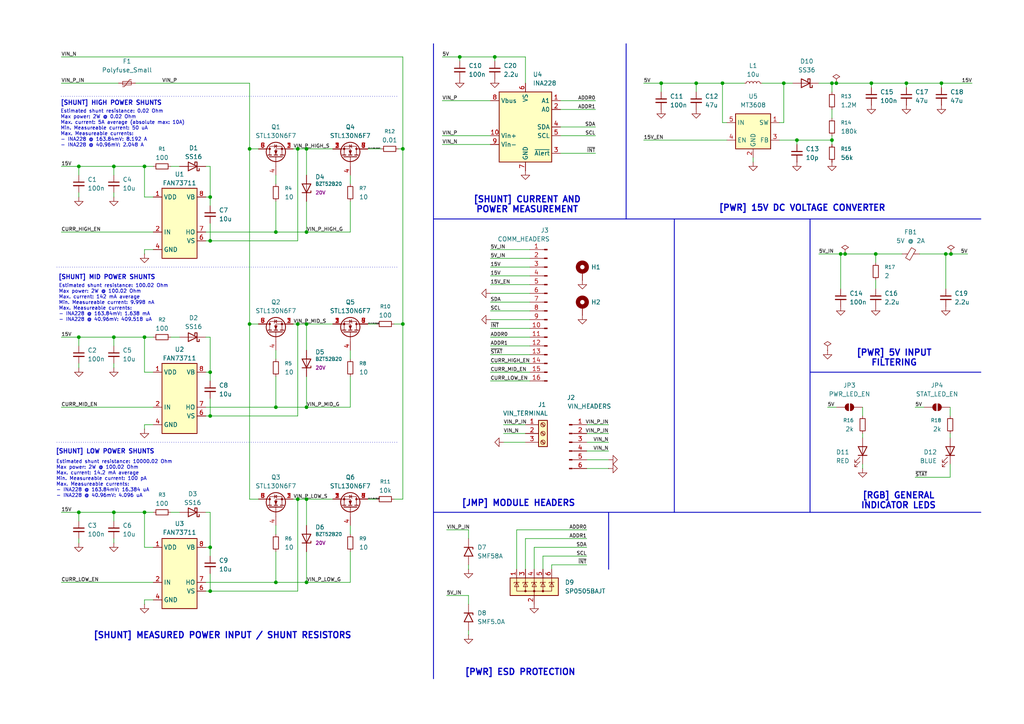
<source format=kicad_sch>
(kicad_sch (version 20250114) (generator "eeschema") (generator_version "9.0")
  (paper "A4")
  (text "[SHUNT] LOW POWER SHUNTS\n" (at 30.48 131.064 0) (effects (font (size 1.27 1.27) (thickness 0.254) (bold yes))))
  (text "Estimated shunt resistance: 0.02 Ohm\nMax power: 2W @ 0.02 Ohm\nMax. current: 5A average (absolute max: 10A)\nMin. Measureable current: 50 uA\nMax. Measureable currents:\n- INA228 @ 163.84mV: 8.192 A\n- INA228 @ 40.96mV: 2.048 A\n\n" (at 17.526 38.1 0) (effects (font (size 1.016 1.016)) (justify left)))
  (text "[PWR] 15V DC VOLTAGE CONVERTER" (at 232.664 60.452 0) (effects (font (size 1.778 1.778) (thickness 0.3556) (bold yes))))
  (text "[SHUNT] CURRENT AND\nPOWER MEASUREMENT" (at 152.908 59.436 0) (effects (font (size 1.778 1.778) (thickness 0.3556) (bold yes))))
  (text "Estimated shunt resistance: 100.02 Ohm\nMax power: 2W @ 100.02 Ohm\nMax. current: 142 mA average\nMin. Measureable current: 9.998 nA\nMax. Measureable currents:\n- INA228 @ 163.84mV: 1.638 mA\n- INA228 @ 40.96mV: 409.518 uA\n" (at 17.018 87.884 0) (effects (font (size 1.016 1.016)) (justify left)))
  (text "[SHUNT] MEASURED POWER INPUT / SHUNT RESISTORS" (at 64.516 184.404 0) (effects (font (size 1.778 1.778) (thickness 0.3556) (bold yes))))
  (text "[JMP] MODULE HEADERS" (at 150.368 146.05 0) (effects (font (size 1.778 1.778) (thickness 0.3556) (bold yes))))
  (text "[RGB] GENERAL\nINDICATOR LEDS" (at 260.604 145.288 0) (effects (font (size 1.778 1.778) (thickness 0.3556) (bold yes))))
  (text "[PWR] 5V INPUT\nFILTERING" (at 259.334 103.886 0) (effects (font (size 1.778 1.778) (thickness 0.3556) (bold yes))))
  (text "[SHUNT] MID POWER SHUNTS\n" (at 30.988 80.518 0) (effects (font (size 1.27 1.27) (thickness 0.254) (bold yes))))
  (text "[PWR] ESD PROTECTION" (at 150.876 195.072 0) (effects (font (size 1.778 1.778) (thickness 0.3556) (bold yes))))
  (text "[SHUNT] HIGH POWER SHUNTS\n" (at 32.258 29.972 0) (effects (font (size 1.27 1.27) (thickness 0.254) (bold yes))))
  (text "Estimated shunt resistance: 10000.02 Ohm\nMax power: 2W @ 100.02 Ohm\nMax. current: 14.2 mA average\nMin. Measureable current: 100 pA\nMax. Measureable currents:\n- INA228 @ 163.84mV: 16.384 uA\n- INA228 @ 40.96mV: 4.096 uA\n" (at 16.256 138.938 0) (effects (font (size 1.016 1.016)) (justify left)))
  (junction (at 86.36 93.98))
  (junction (at 72.39 43.18))
  (junction (at 22.86 97.79))
  (junction (at 88.9 118.11))
  (junction (at 60.96 171.45))
  (junction (at 33.02 48.26))
  (junction (at 191.77 24.13))
  (junction (at 80.01 118.11))
  (junction (at 86.36 43.18))
  (junction (at 88.9 168.91))
  (junction (at 60.96 57.15))
  (junction (at 22.86 148.59))
  (junction (at 22.86 48.26))
  (junction (at 60.96 158.75))
  (junction (at 241.3 24.13))
  (junction (at 88.9 67.31))
  (junction (at 88.9 43.18))
  (junction (at 60.96 107.95))
  (junction (at 201.93 24.13))
  (junction (at 116.84 43.18))
  (junction (at 41.91 148.59))
  (junction (at 252.73 24.13))
  (junction (at 116.84 93.98))
  (junction (at 209.55 24.13))
  (junction (at 245.11 73.66))
  (junction (at 72.39 93.98))
  (junction (at 60.96 120.65))
  (junction (at 41.91 48.26))
  (junction (at 242.57 24.13))
  (junction (at 41.91 97.79))
  (junction (at 275.8166 73.66))
  (junction (at 60.96 69.85))
  (junction (at 262.89 24.13))
  (junction (at 243.84 73.66))
  (junction (at 80.01 168.91))
  (junction (at 241.3 40.64))
  (junction (at 231.14 40.64))
  (junction (at 33.02 97.79))
  (junction (at 86.36 144.78))
  (junction (at 80.01 67.31))
  (junction (at 133.35 16.51))
  (junction (at 273.05 24.13))
  (junction (at 254 73.66))
  (junction (at 88.9 144.78))
  (junction (at 88.9 93.98))
  (junction (at 33.02 148.59))
  (junction (at 143.51 16.51))
  (junction (at 274.32 73.66))
  (junction (at 227.33 24.13))
  (wire (pts (xy 101.6 168.91) (xy 101.6 160.02)))
  (wire (pts (xy 275.8166 73.66) (xy 280.67 73.66)))
  (wire (pts (xy 153.67 100.33) (xy 142.24 100.33)))
  (wire (pts (xy 114.3 144.78) (xy 116.84 144.78)))
  (wire (pts (xy 86.36 171.45) (xy 60.96 171.45)))
  (wire (pts (xy 86.36 93.98) (xy 86.36 120.65)))
  (wire (pts (xy 88.9 43.18) (xy 88.9 50.8)))
  (wire (pts (xy 135.89 153.67) (xy 135.89 156.21)))
  (wire (pts (xy 60.96 158.75) (xy 60.96 161.29)))
  (wire (pts (xy 60.96 69.85) (xy 59.69 69.85)))
  (wire (pts (xy 154.94 158.75) (xy 154.94 165.1)))
  (wire (pts (xy 153.67 97.79) (xy 142.24 97.79)))
  (wire (pts (xy 274.32 83.82) (xy 274.32 73.66)))
  (wire (pts (xy 153.67 85.09) (xy 142.24 85.09)))
  (polyline (pts (xy 17.78 27.94) (xy 115.57 27.94)) (stroke (width 0) (type dot)))
  (wire (pts (xy 252.73 24.13) (xy 252.73 25.4)))
  (wire (pts (xy 273.05 24.13) (xy 273.05 25.4)))
  (wire (pts (xy 170.18 158.75) (xy 154.94 158.75)))
  (wire (pts (xy 60.96 148.59) (xy 60.96 158.75)))
  (wire (pts (xy 265.43 118.11) (xy 267.97 118.11)))
  (wire (pts (xy 86.36 120.65) (xy 60.96 120.65)))
  (wire (pts (xy 22.86 57.15) (xy 22.86 55.88)))
  (wire (pts (xy 60.96 48.26) (xy 60.96 57.15)))
  (wire (pts (xy 241.3 31.75) (xy 241.3 34.29)))
  (wire (pts (xy 59.69 148.59) (xy 60.96 148.59)))
  (wire (pts (xy 209.55 24.13) (xy 215.9 24.13)))
  (polyline (pts (xy 125.73 12.7) (xy 125.73 196.85)) (stroke (width 0.254) (type solid)))
  (wire (pts (xy 143.51 17.78) (xy 143.51 16.51)))
  (wire (pts (xy 133.35 16.51) (xy 143.51 16.51)))
  (wire (pts (xy 275.59 134.62) (xy 275.59 138.43)))
  (polyline (pts (xy 125.73 148.59) (xy 284.48 148.59)) (stroke (width 0.254) (type solid)))
  (polyline (pts (xy 16.51 77.47) (xy 115.57 77.47)) (stroke (width 0) (type dot)))
  (wire (pts (xy 135.89 172.72) (xy 135.89 175.26)))
  (wire (pts (xy 114.3 93.98) (xy 116.84 93.98)))
  (wire (pts (xy 88.9 67.31) (xy 101.6 67.31)))
  (polyline (pts (xy 176.53 148.59) (xy 176.53 165.1)) (stroke (width 0.254) (type solid)))
  (wire (pts (xy 153.67 102.87) (xy 142.24 102.87)))
  (wire (pts (xy 210.82 35.56) (xy 209.55 35.56)))
  (wire (pts (xy 116.84 16.51) (xy 116.84 43.18)))
  (wire (pts (xy 44.45 107.95) (xy 41.91 107.95)))
  (wire (pts (xy 153.67 80.01) (xy 142.24 80.01)))
  (wire (pts (xy 86.36 144.78) (xy 88.9 144.78)))
  (wire (pts (xy 80.01 58.42) (xy 80.01 67.31)))
  (wire (pts (xy 33.02 106.68) (xy 33.02 105.41)))
  (wire (pts (xy 80.01 109.22) (xy 80.01 118.11)))
  (wire (pts (xy 218.44 46.99) (xy 218.44 45.72)))
  (wire (pts (xy 135.89 182.88) (xy 135.89 184.15)))
  (wire (pts (xy 59.69 107.95) (xy 60.96 107.95)))
  (wire (pts (xy 153.67 95.25) (xy 142.24 95.25)))
  (wire (pts (xy 201.93 24.13) (xy 209.55 24.13)))
  (wire (pts (xy 241.3 39.37) (xy 241.3 40.64)))
  (wire (pts (xy 106.68 93.98) (xy 109.22 93.98)))
  (wire (pts (xy 72.39 144.78) (xy 74.93 144.78)))
  (wire (pts (xy 129.54 172.72) (xy 135.89 172.72)))
  (wire (pts (xy 60.96 107.95) (xy 60.96 110.49)))
  (wire (pts (xy 88.9 93.98) (xy 88.9 101.6)))
  (wire (pts (xy 17.78 48.26) (xy 22.86 48.26)))
  (wire (pts (xy 242.57 24.13) (xy 252.73 24.13)))
  (wire (pts (xy 227.33 35.56) (xy 227.33 24.13)))
  (wire (pts (xy 201.93 26.67) (xy 201.93 24.13)))
  (wire (pts (xy 86.36 144.78) (xy 86.36 171.45)))
  (wire (pts (xy 254 73.66) (xy 254 76.2)))
  (wire (pts (xy 152.4 16.51) (xy 152.4 24.13)))
  (wire (pts (xy 129.54 153.67) (xy 135.89 153.67)))
  (wire (pts (xy 153.67 82.55) (xy 142.24 82.55)))
  (wire (pts (xy 22.86 148.59) (xy 22.86 151.13)))
  (wire (pts (xy 170.18 153.67) (xy 149.86 153.67)))
  (wire (pts (xy 60.96 97.79) (xy 60.96 107.95)))
  (wire (pts (xy 273.05 24.13) (xy 281.94 24.13)))
  (wire (pts (xy 41.91 48.26) (xy 44.45 48.26)))
  (wire (pts (xy 254 81.28) (xy 254 83.82)))
  (wire (pts (xy 220.98 24.13) (xy 227.33 24.13)))
  (polyline (pts (xy 125.73 63.5) (xy 284.48 63.5)) (stroke (width 0.254) (type solid)))
  (wire (pts (xy 44.45 57.15) (xy 41.91 57.15)))
  (wire (pts (xy 33.02 57.15) (xy 33.02 55.88)))
  (wire (pts (xy 88.9 168.91) (xy 101.6 168.91)))
  (wire (pts (xy 231.14 40.64) (xy 241.3 40.64)))
  (wire (pts (xy 106.68 43.18) (xy 110.49 43.18)))
  (wire (pts (xy 17.78 168.91) (xy 44.45 168.91)))
  (wire (pts (xy 88.9 109.22) (xy 88.9 118.11)))
  (wire (pts (xy 72.39 93.98) (xy 74.93 93.98)))
  (wire (pts (xy 170.18 128.27) (xy 176.53 128.27)))
  (wire (pts (xy 241.3 24.13) (xy 242.57 24.13)))
  (polyline (pts (xy 234.95 63.5) (xy 234.95 148.59)) (stroke (width 0.254) (type solid)))
  (wire (pts (xy 17.78 67.31) (xy 44.45 67.31)))
  (wire (pts (xy 250.19 125.73) (xy 250.19 127)))
  (wire (pts (xy 88.9 43.18) (xy 96.52 43.18)))
  (wire (pts (xy 153.67 92.71) (xy 142.24 92.71)))
  (wire (pts (xy 237.49 73.66) (xy 243.84 73.66)))
  (wire (pts (xy 17.78 148.59) (xy 22.86 148.59)))
  (wire (pts (xy 80.01 50.8) (xy 80.01 53.34)))
  (wire (pts (xy 33.02 148.59) (xy 33.02 151.13)))
  (wire (pts (xy 72.39 43.18) (xy 72.39 93.98)))
  (wire (pts (xy 41.91 173.99) (xy 41.91 175.26)))
  (wire (pts (xy 72.39 93.98) (xy 72.39 144.78)))
  (wire (pts (xy 186.69 24.13) (xy 191.77 24.13)))
  (wire (pts (xy 33.02 157.48) (xy 33.02 156.21)))
  (polyline (pts (xy 16.51 128.27) (xy 115.57 128.27)) (stroke (width 0) (type dot)))
  (wire (pts (xy 241.3 24.13) (xy 241.3 26.67)))
  (wire (pts (xy 241.3 40.64) (xy 241.3 41.91)))
  (wire (pts (xy 80.01 168.91) (xy 88.9 168.91)))
  (wire (pts (xy 116.84 43.18) (xy 116.84 93.98)))
  (wire (pts (xy 128.27 41.91) (xy 142.24 41.91)))
  (wire (pts (xy 44.45 72.39) (xy 41.91 72.39)))
  (wire (pts (xy 44.45 173.99) (xy 41.91 173.99)))
  (wire (pts (xy 252.73 24.13) (xy 262.89 24.13)))
  (wire (pts (xy 60.96 57.15) (xy 60.96 59.69)))
  (wire (pts (xy 243.84 73.66) (xy 245.11 73.66)))
  (wire (pts (xy 88.9 58.42) (xy 88.9 67.31)))
  (wire (pts (xy 86.36 69.85) (xy 60.96 69.85)))
  (wire (pts (xy 170.18 161.29) (xy 157.48 161.29)))
  (wire (pts (xy 262.89 24.13) (xy 262.89 25.4)))
  (wire (pts (xy 101.6 101.6) (xy 101.6 104.14)))
  (wire (pts (xy 17.78 24.13) (xy 34.29 24.13)))
  (wire (pts (xy 80.01 152.4) (xy 80.01 154.94)))
  (wire (pts (xy 209.55 24.13) (xy 209.55 35.56)))
  (wire (pts (xy 250.19 118.11) (xy 250.19 120.65)))
  (wire (pts (xy 243.84 73.66) (xy 243.84 83.82)))
  (wire (pts (xy 85.09 93.98) (xy 86.36 93.98)))
  (wire (pts (xy 59.69 118.11) (xy 80.01 118.11)))
  (wire (pts (xy 274.32 73.66) (xy 266.7 73.66)))
  (wire (pts (xy 274.32 73.66) (xy 275.8166 73.66)))
  (wire (pts (xy 80.01 101.6) (xy 80.01 104.14)))
  (wire (pts (xy 157.48 161.29) (xy 157.48 165.1)))
  (wire (pts (xy 227.33 24.13) (xy 229.87 24.13)))
  (wire (pts (xy 170.18 123.19) (xy 176.53 123.19)))
  (wire (pts (xy 128.27 39.37) (xy 142.24 39.37)))
  (wire (pts (xy 153.67 72.39) (xy 142.24 72.39)))
  (wire (pts (xy 88.9 144.78) (xy 88.9 152.4)))
  (wire (pts (xy 59.69 158.75) (xy 60.96 158.75)))
  (wire (pts (xy 41.91 72.39) (xy 41.91 73.66)))
  (wire (pts (xy 60.96 64.77) (xy 60.96 69.85)))
  (wire (pts (xy 170.18 125.73) (xy 176.53 125.73)))
  (wire (pts (xy 49.53 97.79) (xy 52.07 97.79)))
  (wire (pts (xy 33.02 148.59) (xy 41.91 148.59)))
  (wire (pts (xy 275.59 118.11) (xy 275.59 120.65)))
  (wire (pts (xy 152.4 125.73) (xy 146.05 125.73)))
  (polyline (pts (xy 195.58 63.5) (xy 195.58 148.59)) (stroke (width 0.254) (type solid)))
  (wire (pts (xy 231.14 40.64) (xy 226.06 40.64)))
  (wire (pts (xy 22.86 148.59) (xy 33.02 148.59)))
  (wire (pts (xy 44.45 158.75) (xy 41.91 158.75)))
  (wire (pts (xy 254 73.66) (xy 261.62 73.66)))
  (wire (pts (xy 162.56 29.21) (xy 172.72 29.21)))
  (wire (pts (xy 116.84 93.98) (xy 116.84 144.78)))
  (wire (pts (xy 39.37 24.13) (xy 72.39 24.13)))
  (wire (pts (xy 162.56 36.83) (xy 172.72 36.83)))
  (wire (pts (xy 170.18 130.81) (xy 176.53 130.81)))
  (wire (pts (xy 88.9 118.11) (xy 101.6 118.11)))
  (wire (pts (xy 88.9 160.02) (xy 88.9 168.91)))
  (wire (pts (xy 86.36 43.18) (xy 86.36 69.85)))
  (wire (pts (xy 80.01 160.02) (xy 80.01 168.91)))
  (wire (pts (xy 60.96 48.26) (xy 59.69 48.26)))
  (wire (pts (xy 170.18 135.89) (xy 176.53 135.89)))
  (wire (pts (xy 135.89 163.83) (xy 135.89 165.1)))
  (wire (pts (xy 22.86 97.79) (xy 33.02 97.79)))
  (wire (pts (xy 101.6 50.8) (xy 101.6 53.34)))
  (wire (pts (xy 86.36 93.98) (xy 88.9 93.98)))
  (wire (pts (xy 80.01 67.31) (xy 88.9 67.31)))
  (wire (pts (xy 162.56 39.37) (xy 172.72 39.37)))
  (wire (pts (xy 115.57 43.18) (xy 116.84 43.18)))
  (wire (pts (xy 60.96 115.57) (xy 60.96 120.65)))
  (wire (pts (xy 88.9 93.98) (xy 96.52 93.98)))
  (wire (pts (xy 152.4 123.19) (xy 146.05 123.19)))
  (wire (pts (xy 72.39 43.18) (xy 74.93 43.18)))
  (wire (pts (xy 149.86 153.67) (xy 149.86 165.1)))
  (wire (pts (xy 128.27 16.51) (xy 133.35 16.51)))
  (wire (pts (xy 170.18 163.83) (xy 160.02 163.83)))
  (wire (pts (xy 80.01 118.11) (xy 88.9 118.11)))
  (wire (pts (xy 153.67 107.95) (xy 142.24 107.95)))
  (wire (pts (xy 60.96 166.37) (xy 60.96 171.45)))
  (wire (pts (xy 17.78 118.11) (xy 44.45 118.11)))
  (wire (pts (xy 88.9 144.78) (xy 96.52 144.78)))
  (wire (pts (xy 41.91 107.95) (xy 41.91 97.79)))
  (wire (pts (xy 49.53 148.59) (xy 52.07 148.59)))
  (wire (pts (xy 17.78 97.79) (xy 22.86 97.79)))
  (wire (pts (xy 191.77 26.67) (xy 191.77 24.13)))
  (wire (pts (xy 41.91 158.75) (xy 41.91 148.59)))
  (wire (pts (xy 170.18 156.21) (xy 152.4 156.21)))
  (wire (pts (xy 162.56 31.75) (xy 172.72 31.75)))
  (wire (pts (xy 262.89 24.13) (xy 273.05 24.13)))
  (wire (pts (xy 153.67 90.17) (xy 142.24 90.17)))
  (wire (pts (xy 60.96 171.45) (xy 59.69 171.45)))
  (wire (pts (xy 153.67 87.63) (xy 142.24 87.63)))
  (wire (pts (xy 101.6 152.4) (xy 101.6 154.94)))
  (wire (pts (xy 153.67 77.47) (xy 142.24 77.47)))
  (wire (pts (xy 22.86 106.68) (xy 22.86 105.41)))
  (wire (pts (xy 160.02 163.83) (xy 160.02 165.1)))
  (wire (pts (xy 186.69 40.64) (xy 210.82 40.64)))
  (wire (pts (xy 22.86 48.26) (xy 33.02 48.26)))
  (wire (pts (xy 162.56 44.45) (xy 172.72 44.45)))
  (wire (pts (xy 33.02 97.79) (xy 33.02 100.33)))
  (wire (pts (xy 59.69 97.79) (xy 60.96 97.79)))
  (wire (pts (xy 44.45 123.19) (xy 41.91 123.19)))
  (wire (pts (xy 240.03 118.11) (xy 242.57 118.11)))
  (wire (pts (xy 101.6 67.31) (xy 101.6 58.42)))
  (wire (pts (xy 85.09 43.18) (xy 86.36 43.18)))
  (wire (pts (xy 275.59 125.73) (xy 275.59 127)))
  (wire (pts (xy 49.53 48.26) (xy 52.07 48.26)))
  (wire (pts (xy 231.14 41.91) (xy 231.14 40.64)))
  (wire (pts (xy 106.68 144.78) (xy 109.22 144.78)))
  (wire (pts (xy 22.86 48.26) (xy 22.86 50.8)))
  (wire (pts (xy 41.91 97.79) (xy 44.45 97.79)))
  (wire (pts (xy 59.69 168.91) (xy 80.01 168.91)))
  (wire (pts (xy 101.6 118.11) (xy 101.6 109.22)))
  (wire (pts (xy 153.67 110.49) (xy 142.24 110.49)))
  (wire (pts (xy 60.96 120.65) (xy 59.69 120.65)))
  (wire (pts (xy 86.36 43.18) (xy 88.9 43.18)))
  (wire (pts (xy 250.19 135.89) (xy 250.19 134.62)))
  (wire (pts (xy 245.11 73.66) (xy 254 73.66)))
  (wire (pts (xy 85.09 144.78) (xy 86.36 144.78)))
  (wire (pts (xy 128.27 29.21) (xy 142.24 29.21)))
  (wire (pts (xy 59.69 67.31) (xy 80.01 67.31)))
  (wire (pts (xy 59.69 57.15) (xy 60.96 57.15)))
  (wire (pts (xy 33.02 48.26) (xy 41.91 48.26)))
  (wire (pts (xy 41.91 123.19) (xy 41.91 124.46)))
  (wire (pts (xy 133.35 16.51) (xy 133.35 17.78)))
  (wire (pts (xy 152.4 156.21) (xy 152.4 165.1)))
  (wire (pts (xy 265.43 138.43) (xy 275.59 138.43)))
  (wire (pts (xy 153.67 105.41) (xy 142.24 105.41)))
  (wire (pts (xy 226.06 35.56) (xy 227.33 35.56)))
  (wire (pts (xy 72.39 24.13) (xy 72.39 43.18)))
  (wire (pts (xy 191.77 24.13) (xy 201.93 24.13)))
  (wire (pts (xy 41.91 148.59) (xy 44.45 148.59)))
  (wire (pts (xy 22.86 157.48) (xy 22.86 156.21)))
  (polyline (pts (xy 234.95 107.95) (xy 284.48 107.95)) (stroke (width 0.254) (type solid)))
  (wire (pts (xy 33.02 97.79) (xy 41.91 97.79)))
  (wire (pts (xy 33.02 48.26) (xy 33.02 50.8)))
  (polyline (pts (xy 181.61 12.7) (xy 181.61 63.5)) (stroke (width 0.254) (type solid)))
  (wire (pts (xy 237.49 24.13) (xy 241.3 24.13)))
  (wire (pts (xy 143.51 16.51) (xy 152.4 16.51)))
  (wire (pts (xy 41.91 57.15) (xy 41.91 48.26)))
  (wire (pts (xy 22.86 97.79) (xy 22.86 100.33)))
  (wire (pts (xy 153.67 74.93) (xy 142.24 74.93)))
  (wire (pts (xy 17.78 16.51) (xy 116.84 16.51)))
  (wire (pts (xy 170.18 133.35) (xy 176.53 133.35)))
  (wire (pts (xy 152.4 128.27) (xy 146.05 128.27)))
  (label "5V_IN" (at 129.54 172.72 0) (effects (font (size 1.016 1.016))))
  (label "VIN_P" (at 46.99 24.13 0) (effects (font (size 1.016 1.016))))
  (label "VIN_P_HIGH_S" (at 85.09 43.18 0) (effects (font (size 1.016 1.016))))
  (label "5V" (at 265.43 118.11 0) (effects (font (size 1.016 1.016))))
  (label "15V" (at 17.78 48.26 0) (effects (font (size 1.016 1.016))))
  (label "VIN_P_LOW_SHUNT" (at 106.68 144.78 0) (effects (font (size 0.254 0.254))))
  (label "ADDR1" (at 172.72 31.75 180) (effects (font (size 1.016 1.016))))
  (label "VIN_P_HIGH_SHUNT" (at 106.68 43.18 0) (effects (font (size 0.254 0.254))))
  (label "VIN_N" (at 128.27 41.91 0) (effects (font (size 1.016 1.016))))
  (label "CURR_MID_EN" (at 142.24 107.95 0) (effects (font (size 1.016 1.016))))
  (label "15V" (at 17.78 148.59 0) (effects (font (size 1.016 1.016))))
  (label "VIN_P_IN" (at 176.53 125.73 180) (effects (font (size 1.016 1.016))))
  (label "ADDR1" (at 142.24 100.33 0) (effects (font (size 1.016 1.016))))
  (label "CURR_LOW_EN" (at 142.24 110.49 0) (effects (font (size 1.016 1.016))))
  (label "15V" (at 17.78 97.79 0) (effects (font (size 1.016 1.016))))
  (label "VIN_P_MID_S" (at 85.09 93.98 0) (effects (font (size 1.016 1.016))))
  (label "CURR_HIGH_EN" (at 17.78 67.31 0) (effects (font (size 1.016 1.016))))
  (label "CURR_MID_EN" (at 17.78 118.11 0) (effects (font (size 1.016 1.016))))
  (label "ADDR0" (at 170.18 153.67 180) (effects (font (size 1.016 1.016))))
  (label "15V" (at 142.24 80.01 0) (effects (font (size 1.016 1.016))))
  (label "SDA" (at 170.18 158.75 180) (effects (font (size 1.016 1.016))))
  (label "VIN_N" (at 146.05 125.73 0) (effects (font (size 1.016 1.016))))
  (label "VIN_P_HIGH_G" (at 88.9 67.31 0) (effects (font (size 1.016 1.016))))
  (label "VIN_P_IN" (at 146.05 123.19 0) (effects (font (size 1.016 1.016))))
  (label "ADDR0" (at 142.24 97.79 0) (effects (font (size 1.016 1.016))))
  (label "CURR_LOW_EN" (at 17.78 168.91 0) (effects (font (size 1.016 1.016))))
  (label "SDA" (at 142.24 87.63 0) (effects (font (size 1.016 1.016))))
  (label "SDA" (at 172.72 36.83 180) (effects (font (size 1.016 1.016))))
  (label "SCL" (at 142.24 90.17 0) (effects (font (size 1.016 1.016))))
  (label "5V" (at 128.27 16.51 0) (effects (font (size 1.016 1.016))))
  (label "5V_IN" (at 237.49 73.66 0) (effects (font (size 1.016 1.016))))
  (label "ADDR0" (at 172.72 29.21 180) (effects (font (size 1.016 1.016))))
  (label "VIN_N" (at 176.53 130.81 180) (effects (font (size 1.016 1.016))))
  (label "~{STAT}" (at 142.24 102.87 0) (effects (font (size 1.016 1.016))))
  (label "15V" (at 281.94 24.13 180) (effects (font (size 1.016 1.016))))
  (label "CURR_HIGH_EN" (at 142.24 105.41 0) (effects (font (size 1.016 1.016))))
  (label "5V_IN" (at 142.24 74.93 0) (effects (font (size 1.016 1.016))))
  (label "~{INT}" (at 170.18 163.83 180) (effects (font (size 1.016 1.016))))
  (label "VIN_P" (at 128.27 29.21 0) (effects (font (size 1.016 1.016))))
  (label "~{INT}" (at 142.24 95.25 0) (effects (font (size 1.016 1.016))))
  (label "VIN_P_IN" (at 129.54 153.67 0) (effects (font (size 1.016 1.016))))
  (label "SCL" (at 170.18 161.29 180) (effects (font (size 1.016 1.016))))
  (label "VIN_P_IN" (at 17.78 24.13 0) (effects (font (size 1.016 1.016))))
  (label "VIN_N" (at 176.53 128.27 180) (effects (font (size 1.016 1.016))))
  (label "VIN_P_LOW_G" (at 88.9 168.91 0) (effects (font (size 1.016 1.016))))
  (label "VIN_N" (at 17.78 16.51 0) (effects (font (size 1.016 1.016))))
  (label "VIN_P_IN" (at 176.53 123.19 180) (effects (font (size 1.016 1.016))))
  (label "VIN_P_MID_SHUNT" (at 106.68 93.98 0) (effects (font (size 0.254 0.254))))
  (label "15V" (at 142.24 77.47 0) (effects (font (size 1.016 1.016))))
  (label "ADDR1" (at 170.18 156.21 180) (effects (font (size 1.016 1.016))))
  (label "5V" (at 186.69 24.13 0) (effects (font (size 1.016 1.016))))
  (label "SCL" (at 172.72 39.37 180) (effects (font (size 1.016 1.016))))
  (label "VIN_P_LOW_S" (at 85.09 144.78 0) (effects (font (size 1.016 1.016))))
  (label "5V" (at 280.67 73.66 180) (effects (font (size 1.016 1.016))))
  (label "5V" (at 240.03 118.11 0) (effects (font (size 1.016 1.016))))
  (label "VIN_P" (at 128.27 39.37 0) (effects (font (size 1.016 1.016))))
  (label "5V_IN" (at 142.24 72.39 0) (effects (font (size 1.016 1.016))))
  (label "15V_EN" (at 186.69 40.64 0) (effects (font (size 1.016 1.016))))
  (label "VIN_P_MID_G" (at 88.9 118.11 0) (effects (font (size 1.016 1.016))))
  (label "~{STAT}" (at 265.43 138.43 0) (effects (font (size 1.016 1.016))))
  (label "15V_EN" (at 142.24 82.55 0) (effects (font (size 1.016 1.016))))
  (label "~{INT}" (at 172.72 44.45 180) (effects (font (size 1.016 1.016))))
  (symbol (lib_id "Device:R_Small") (at 241.3 29.21 0) (unit 1)
    (property "Reference" "R13" (at 243.84 27.9399 0) (effects (font (size 1.016 1.016)) (justify left)))
    (property "Value" "1.2M" (at 243.84 30.4799 0) (effects (justify left)))
    (property "Footprint" "Resistor_SMD:R_0402_1005Metric" (effects (hide yes)))
    (property "Description" "Resistor, small symbol" (effects (hide yes)))
  )
  (symbol (lib_id "power:GND") (at 135.89 184.15 0) (unit 1)
    (property "Reference" "#PWR011" (effects (hide yes)))
    (property "Value" "GND" (effects (hide yes)))
    (property "Description" "Power symbol creates a global label with name \"GND\" , ground" (effects (hide yes)))
  )
  (symbol (lib_id "Device:C_Small") (at 60.96 113.03 0) (unit 1)
    (property "Reference" "C8" (at 63.5 111.7662 0) (effects (justify left)))
    (property "Value" "10u" (at 63.5 114.3062 0) (effects (justify left)))
    (property "Footprint" "Capacitor_SMD:C_0805_2012Metric" (effects (hide yes)))
    (property "Description" "Unpolarized capacitor, small symbol" (effects (hide yes)))
    (property "Sim.Device" "C" (effects (hide yes)))
    (property "Sim.Pins" "1=- 2=+" (effects (hide yes)))
  )
  (symbol (lib_id "Device:C_Small") (at 22.86 102.87 0) (unit 1)
    (property "Reference" "C2" (at 25.4 101.6062 0) (effects (justify left)))
    (property "Value" "100n" (at 25.4 104.1462 0) (effects (justify left)))
    (property "Footprint" "Capacitor_SMD:C_0402_1005Metric" (effects (hide yes)))
    (property "Description" "Unpolarized capacitor, small symbol" (effects (hide yes)))
    (property "Sim.Device" "C" (effects (hide yes)))
    (property "Sim.Pins" "1=- 2=+" (effects (hide yes)))
  )
  (symbol (lib_id "mixlib-discrete-mosfet:STL130N6F7") (at 80.01 93.98 90) (unit 1)
    (property "Reference" "Q2" (at 80.01 87.63 90))
    (property "Value" "STL130N6F7" (at 80.01 90.17 90))
    (property "Footprint" "mixlib-discrete-mosfet:POWERFLAT_5X6_C_STM" (effects (hide yes)))
    (property "Datasheet" "https://www.st.com/resource/en/datasheet/stl130n6f7.pdf" (effects (hide yes)))
    (property "Description" "N-channel 60 V, 0.003 Ω typ., 130 A STripFET F7 Power MOSFET in a PowerFLAT 5x6 package" (effects (hide yes)))
  )
  (symbol (lib_id "power:GND") (at 250.19 135.89 0) (unit 1)
    (property "Reference" "#PWR035" (effects (hide yes)))
    (property "Value" "GND" (effects (hide yes)))
    (property "Description" "Power symbol creates a global label with name \"GND\" , ground" (effects (hide yes)))
  )
  (symbol (lib_id "Driver_FET:FAN7371") (at 52.07 64.77 0) (unit 1)
    (property "Reference" "U1" (at 52.07 50.546 0))
    (property "Value" "FAN73711" (at 52.07 53.086 0))
    (property "Footprint" "Package_SO:SOIC-8_3.9x4.9mm_P1.27mm" (effects (hide yes)))
    (property "Datasheet" "https://www.onsemi.com/pub/Collateral/FAN7371-D.pdf" (effects (hide yes)))
    (property "Description" "High-Current High-Side Gate Driver, 600V Vs, 4A Io, SOIC-8" (effects (hide yes)))
  )
  (symbol (lib_id "power:GND") (at 22.86 57.15 0) (unit 1)
    (property "Reference" "#PWR01" (effects (hide yes)))
    (property "Value" "GND" (effects (hide yes)))
    (property "Description" "Power symbol creates a global label with name \"GND\" , ground" (effects (hide yes)))
  )
  (symbol (lib_id "power:GND") (at 273.05 30.48 0) (unit 1)
    (property "Reference" "#PWR039" (effects (hide yes)))
    (property "Value" "GND" (effects (hide yes)))
    (property "Description" "Power symbol creates a global label with name \"GND\" , ground" (effects (hide yes)))
  )
  (symbol (lib_id "power:GND") (at 33.02 157.48 0) (unit 1)
    (property "Reference" "#PWR06" (effects (hide yes)))
    (property "Value" "GND" (effects (hide yes)))
    (property "Description" "Power symbol creates a global label with name \"GND\" , ground" (effects (hide yes)))
  )
  (symbol (lib_id "Regulator_Switching:MT3608") (at 218.44 38.1 0) (unit 1)
    (property "Reference" "U5" (at 218.44 27.94 0))
    (property "Value" "MT3608" (at 218.44 30.48 0))
    (property "Footprint" "Package_TO_SOT_SMD:SOT-23-6" (effects (hide yes)))
    (property "Datasheet" "https://www.olimex.com/Products/Breadboarding/BB-PWR-3608/resources/MT3608.pdf" (effects (hide yes)))
    (property "Description" "High Efficiency 1.2MHz 2A Step Up Converter, 2-24V Vin, 28V Vout, 4A current limit, 1.2MHz, SOT23-6" (effects (hide yes)))
  )
  (symbol (lib_id "power:GND") (at 231.14 46.99 0) (unit 1)
    (property "Reference" "#PWR032" (effects (hide yes)))
    (property "Value" "GND" (effects (hide yes)))
    (property "Description" "Power symbol creates a global label with name \"GND\" , ground" (effects (hide yes)))
  )
  (symbol (lib_id "mixlib-discrete-mosfet:STL130N6F7") (at 80.01 43.18 90) (unit 1)
    (property "Reference" "Q1" (at 80.01 36.83 90))
    (property "Value" "STL130N6F7" (at 80.01 39.37 90))
    (property "Footprint" "mixlib-discrete-mosfet:POWERFLAT_5X6_C_STM" (effects (hide yes)))
    (property "Datasheet" "https://www.st.com/resource/en/datasheet/stl130n6f7.pdf" (effects (hide yes)))
    (property "Description" "N-channel 60 V, 0.003 Ω typ., 130 A STripFET F7 Power MOSFET in a PowerFLAT 5x6 package" (effects (hide yes)))
  )
  (symbol (lib_id "power:GND") (at 33.02 57.15 0) (unit 1)
    (property "Reference" "#PWR04" (effects (hide yes)))
    (property "Value" "GND" (effects (hide yes)))
    (property "Description" "Power symbol creates a global label with name \"GND\" , ground" (effects (hide yes)))
  )
  (symbol (lib_id "Device:LED") (at 250.19 130.81 270) (mirror x) (unit 1)
    (property "Reference" "D11" (at 246.38 131.1274 90) (effects (justify right)))
    (property "Value" "RED" (at 246.38 133.6674 90) (effects (justify right)))
    (property "Footprint" "LED_SMD:LED_0603_1608Metric" (effects (hide yes)))
    (property "Description" "Light emitting diode" (effects (hide yes)))
    (property "Sim.Pins" "1=K 2=A" (effects (hide yes)))
  )
  (symbol (lib_id "Device:C_Small") (at 274.32 86.36 0) (unit 1)
    (property "Reference" "C19" (at 276.86 85.0962 0) (effects (justify left)))
    (property "Value" "2.2u" (at 276.86 87.6362 0) (effects (justify left)))
    (property "Footprint" "Capacitor_SMD:C_0805_2012Metric" (effects (hide yes)))
    (property "Description" "Unpolarized capacitor, small symbol" (effects (hide yes)))
  )
  (symbol (lib_id "Device:C_Small") (at 273.05 27.94 0) (unit 1)
    (property "Reference" "C18" (at 275.59 26.6762 0) (effects (justify left)))
    (property "Value" "47u" (at 275.59 29.2162 0) (effects (justify left)))
    (property "Footprint" "Capacitor_SMD:C_0805_2012Metric" (effects (hide yes)))
    (property "Description" "Unpolarized capacitor, small symbol" (effects (hide yes)))
  )
  (symbol (lib_id "Device:C_Small") (at 133.35 20.32 0) (unit 1)
    (property "Reference" "C10" (at 135.89 19.0562 0) (effects (justify left)))
    (property "Value" "100n" (at 135.89 21.5962 0) (effects (justify left)))
    (property "Footprint" "Capacitor_SMD:C_0402_1005Metric" (effects (hide yes)))
    (property "Description" "Unpolarized capacitor, small symbol" (effects (hide yes)))
    (property "Sim.Device" "C" (effects (hide yes)))
    (property "Sim.Pins" "1=- 2=+" (effects (hide yes)))
  )
  (symbol (lib_id "power:GND") (at 154.94 175.26 0) (unit 1)
    (property "Reference" "#PWR019" (effects (hide yes)))
    (property "Value" "GND" (effects (hide yes)))
    (property "Description" "Power symbol creates a global label with name \"GND\" , ground" (effects (hide yes)))
  )
  (symbol (lib_id "Device:C_Small") (at 60.96 163.83 0) (unit 1)
    (property "Reference" "C9" (at 63.5 162.5662 0) (effects (justify left)))
    (property "Value" "10u" (at 63.5 165.1062 0) (effects (justify left)))
    (property "Footprint" "Capacitor_SMD:C_0805_2012Metric" (effects (hide yes)))
    (property "Description" "Unpolarized capacitor, small symbol" (effects (hide yes)))
    (property "Sim.Device" "C" (effects (hide yes)))
    (property "Sim.Pins" "1=- 2=+" (effects (hide yes)))
  )
  (symbol (lib_id "Device:R_Small") (at 46.99 97.79 90) (unit 1)
    (property "Reference" "R2" (at 46.99 92.71 90) (effects (font (size 1.016 1.016))))
    (property "Value" "100" (at 46.99 95.25 90))
    (property "Footprint" "Resistor_SMD:R_0603_1608Metric" (effects (hide yes)))
    (property "Description" "Resistor, small symbol" (effects (hide yes)))
    (property "Sim.Device" "R" (effects (hide yes)))
    (property "Sim.Pins" "1=- 2=+" (effects (hide yes)))
  )
  (symbol (lib_id "Device:R_Small") (at 46.99 148.59 90) (unit 1)
    (property "Reference" "R3" (at 46.99 143.51 90) (effects (font (size 1.016 1.016))))
    (property "Value" "100" (at 46.99 146.05 90))
    (property "Footprint" "Resistor_SMD:R_0603_1608Metric" (effects (hide yes)))
    (property "Description" "Resistor, small symbol" (effects (hide yes)))
    (property "Sim.Device" "R" (effects (hide yes)))
    (property "Sim.Pins" "1=- 2=+" (effects (hide yes)))
  )
  (symbol (lib_id "Mechanical:MountingHole_Pad") (at 168.91 78.74 0) (unit 1) (in_bom no)
    (property "Reference" "H1" (at 171.45 77.4699 0) (effects (justify left)))
    (property "Value" "MountingHole_Pad" (effects (hide yes)))
    (property "Footprint" "MountingHole:MountingHole_2.2mm_M2_ISO7380_Pad_TopBottom" (effects (hide yes)))
    (property "Description" "Mounting Hole with connection" (effects (hide yes)))
  )
  (symbol (lib_id "power:GND") (at 41.91 124.46 0) (unit 1)
    (property "Reference" "#PWR08" (effects (hide yes)))
    (property "Value" "GND" (effects (hide yes)))
    (property "Description" "Power symbol creates a global label with name \"GND\" , ground" (effects (hide yes)))
  )
  (symbol (lib_id "power:GND") (at 142.24 85.09 270) (mirror x) (unit 1)
    (property "Reference" "#PWR015" (effects (hide yes)))
    (property "Value" "GND" (effects (hide yes)))
    (property "Description" "Power symbol creates a global label with name \"GND\" , ground" (effects (hide yes)))
  )
  (symbol (lib_id "power:PWR_FLAG") (at 245.11 73.66 0) (unit 1)
    (property "Reference" "#FLG03" (effects (hide yes)))
    (property "Value" "PWR_FLAG" (effects (hide yes)))
    (property "Description" "Special symbol for telling ERC where power comes from" (effects (hide yes)))
  )
  (symbol (lib_id "power:GND") (at 168.91 91.44 0) (unit 1)
    (property "Reference" "#PWR025" (effects (hide yes)))
    (property "Value" "GND" (effects (hide yes)))
    (property "Description" "Power symbol creates a global label with name \"GND\" , ground" (effects (hide yes)))
  )
  (symbol (lib_id "power:GND") (at 241.3 46.99 0) (unit 1)
    (property "Reference" "#PWR033" (effects (hide yes)))
    (property "Value" "GND" (effects (hide yes)))
    (property "Description" "Power symbol creates a global label with name \"GND\" , ground" (effects (hide yes)))
  )
  (symbol (lib_id "power:GND") (at 218.44 46.99 0) (unit 1)
    (property "Reference" "#PWR029" (effects (hide yes)))
    (property "Value" "GND" (effects (hide yes)))
    (property "Description" "Power symbol creates a global label with name \"GND\" , ground" (effects (hide yes)))
  )
  (symbol (lib_id "power:PWR_FLAG") (at 275.8166 73.66 0) (unit 1)
    (property "Reference" "#FLG02" (effects (hide yes)))
    (property "Value" "PWR_FLAG" (effects (hide yes)))
    (property "Description" "Special symbol for telling ERC where power comes from" (effects (hide yes)))
  )
  (symbol (lib_id "power:PWR_FLAG") (at 240.03 101.6 0) (unit 1)
    (property "Reference" "#FLG04" (effects (hide yes)))
    (property "Value" "PWR_FLAG" (effects (hide yes)))
    (property "Description" "Special symbol for telling ERC where power comes from" (effects (hide yes)))
  )
  (symbol (lib_id "Device:C_Small") (at 252.73 27.94 0) (unit 1)
    (property "Reference" "C15" (at 255.27 26.6762 0) (effects (justify left)))
    (property "Value" "100n" (at 255.27 29.2162 0) (effects (justify left)))
    (property "Footprint" "Capacitor_SMD:C_0402_1005Metric" (effects (hide yes)))
    (property "Description" "Unpolarized capacitor, small symbol" (effects (hide yes)))
  )
  (symbol (lib_id "Jumper:SolderJumper_2_Open") (at 271.78 118.11 0) (unit 1) (in_bom no)
    (property "Reference" "JP4" (at 271.78 111.76 0))
    (property "Value" "STAT_LED_EN" (at 271.78 114.3 0))
    (property "Footprint" "Jumper:SolderJumper-2_P1.3mm_Open_Pad1.0x1.5mm" (effects (hide yes)))
    (property "Description" "Solder Jumper, 2-pole, open" (effects (hide yes)))
  )
  (symbol (lib_id "Device:R_Small") (at 80.01 106.68 0) (unit 1)
    (property "Reference" "R5" (at 82.55 105.4099 0) (effects (font (size 1.016 1.016)) (justify left)))
    (property "Value" "10" (at 82.55 107.9499 0) (effects (justify left)))
    (property "Footprint" "Resistor_SMD:R_0603_1608Metric" (effects (hide yes)))
    (property "Description" "Resistor, small symbol" (effects (hide yes)))
  )
  (symbol (lib_id "power:GND") (at 240.03 101.6 0) (unit 1)
    (property "Reference" "#PWR014" (effects (hide yes)))
    (property "Value" "GND" (effects (hide yes)))
    (property "Description" "Power symbol creates a global label with name \"GND\" , ground" (effects (hide yes)))
  )
  (symbol (lib_id "power:GND") (at 243.84 88.9 0) (unit 1)
    (property "Reference" "#PWR034" (effects (hide yes)))
    (property "Value" "GND" (effects (hide yes)))
    (property "Description" "Power symbol creates a global label with name \"GND\" , ground" (effects (hide yes)))
  )
  (symbol (lib_id "Device:C_Small") (at 262.89 27.94 0) (unit 1)
    (property "Reference" "C17" (at 265.43 26.6762 0) (effects (justify left)))
    (property "Value" "47u" (at 265.43 29.2162 0) (effects (justify left)))
    (property "Footprint" "Capacitor_SMD:C_0805_2012Metric" (effects (hide yes)))
    (property "Description" "Unpolarized capacitor, small symbol" (effects (hide yes)))
  )
  (symbol (lib_id "Device:C_Small") (at 191.77 29.21 0) (unit 1)
    (property "Reference" "C11" (at 194.31 27.9462 0) (effects (justify left)))
    (property "Value" "100n" (at 194.31 30.4862 0) (effects (justify left)))
    (property "Footprint" "Capacitor_SMD:C_0402_1005Metric" (effects (hide yes)))
    (property "Description" "Unpolarized capacitor, small symbol" (effects (hide yes)))
  )
  (symbol (lib_id "power:PWR_FLAG") (at 242.57 24.13 0) (unit 1)
    (property "Reference" "#FLG01" (effects (hide yes)))
    (property "Value" "PWR_FLAG" (effects (hide yes)))
    (property "Description" "Special symbol for telling ERC where power comes from" (effects (hide yes)))
  )
  (symbol (lib_id "Device:R_Small") (at 80.01 157.48 0) (unit 1)
    (property "Reference" "R6" (at 82.55 156.2099 0) (effects (font (size 1.016 1.016)) (justify left)))
    (property "Value" "10" (at 82.55 158.7499 0) (effects (justify left)))
    (property "Footprint" "Resistor_SMD:R_0603_1608Metric" (effects (hide yes)))
    (property "Description" "Resistor, small symbol" (effects (hide yes)))
  )
  (symbol (lib_id "Device:C_Small") (at 143.51 20.32 0) (unit 1)
    (property "Reference" "C20" (at 146.05 19.0562 0) (effects (justify left)))
    (property "Value" "2.2u" (at 146.05 21.5962 0) (effects (justify left)))
    (property "Footprint" "Capacitor_SMD:C_0805_2012Metric" (effects (hide yes)))
    (property "Description" "Unpolarized capacitor, small symbol" (effects (hide yes)))
  )
  (symbol (lib_id "Diode:SS36") (at 233.68 24.13 180) (unit 1)
    (property "Reference" "D10" (at 233.9975 17.78 0))
    (property "Value" "SS36" (at 233.9975 20.32 0))
    (property "Footprint" "Diode_SMD:D_SMA" (effects (hide yes)))
    (property "Datasheet" "https://www.vishay.com/docs/88751/ss32.pdf" (effects (hide yes)))
    (property "Description" "60V 3A Schottky Diode, SMA" (effects (hide yes)))
  )
  (symbol (lib_id "power:GND") (at 176.53 133.35 90) (unit 1)
    (property "Reference" "#PWR020" (effects (hide yes)))
    (property "Value" "GND" (effects (hide yes)))
    (property "Description" "Power symbol creates a global label with name \"GND\" , ground" (effects (hide yes)))
  )
  (symbol (lib_id "power:GND") (at 262.89 30.48 0) (unit 1)
    (property "Reference" "#PWR038" (effects (hide yes)))
    (property "Value" "GND" (effects (hide yes)))
    (property "Description" "Power symbol creates a global label with name \"GND\" , ground" (effects (hide yes)))
  )
  (symbol (lib_id "Driver_FET:FAN7371") (at 52.07 115.57 0) (unit 1)
    (property "Reference" "U2" (at 52.07 101.346 0))
    (property "Value" "FAN73711" (at 52.07 103.886 0))
    (property "Footprint" "Package_SO:SOIC-8_3.9x4.9mm_P1.27mm" (effects (hide yes)))
    (property "Datasheet" "https://www.onsemi.com/pub/Collateral/FAN7371-D.pdf" (effects (hide yes)))
    (property "Description" "High-Current High-Side Gate Driver, 600V Vs, 4A Io, SOIC-8" (effects (hide yes)))
  )
  (symbol (lib_id "power:GND") (at 133.35 22.86 0) (unit 1)
    (property "Reference" "#PWR012" (effects (hide yes)))
    (property "Value" "GND" (effects (hide yes)))
    (property "Description" "Power symbol creates a global label with name \"GND\" , ground" (effects (hide yes)))
  )
  (symbol (lib_id "Device:C_Small") (at 33.02 102.87 0) (unit 1)
    (property "Reference" "C5" (at 35.56 101.6062 0) (effects (justify left)))
    (property "Value" "10u" (at 35.56 104.1462 0) (effects (justify left)))
    (property "Footprint" "Capacitor_SMD:C_0805_2012Metric" (effects (hide yes)))
    (property "Description" "Unpolarized capacitor, small symbol" (effects (hide yes)))
    (property "Sim.Device" "C" (effects (hide yes)))
    (property "Sim.Pins" "1=- 2=+" (effects (hide yes)))
  )
  (symbol (lib_id "power:GND") (at 252.73 30.48 0) (unit 1)
    (property "Reference" "#PWR036" (effects (hide yes)))
    (property "Value" "GND" (effects (hide yes)))
    (property "Description" "Power symbol creates a global label with name \"GND\" , ground" (effects (hide yes)))
  )
  (symbol (lib_id "Mechanical:MountingHole_Pad") (at 168.91 88.9 0) (unit 1) (in_bom no)
    (property "Reference" "H2" (at 171.45 87.6299 0) (effects (justify left)))
    (property "Value" "MountingHole_Pad" (effects (hide yes)))
    (property "Footprint" "MountingHole:MountingHole_2.2mm_M2_ISO14580_Pad_TopBottom" (effects (hide yes)))
    (property "Description" "Mounting Hole with connection" (effects (hide yes)))
  )
  (symbol (lib_id "mixlib-discrete-mosfet:STL130N6F7") (at 80.01 144.78 90) (unit 1)
    (property "Reference" "Q3" (at 80.01 138.43 90))
    (property "Value" "STL130N6F7" (at 80.01 140.97 90))
    (property "Footprint" "mixlib-discrete-mosfet:POWERFLAT_5X6_C_STM" (effects (hide yes)))
    (property "Datasheet" "https://www.st.com/resource/en/datasheet/stl130n6f7.pdf" (effects (hide yes)))
    (property "Description" "N-channel 60 V, 0.003 Ω typ., 130 A STripFET F7 Power MOSFET in a PowerFLAT 5x6 package" (effects (hide yes)))
  )
  (symbol (lib_id "Device:R_Small") (at 250.19 123.19 0) (mirror y) (unit 1)
    (property "Reference" "R16" (at 247.65 121.9199 0) (effects (font (size 1.016 1.016)) (justify left)))
    (property "Value" "2k" (at 247.65 124.4599 0) (effects (justify left)))
    (property "Footprint" "Resistor_SMD:R_0402_1005Metric" (effects (hide yes)))
    (property "Description" "Resistor, small symbol" (effects (hide yes)))
  )
  (symbol (lib_id "power:GND") (at 168.91 81.28 0) (unit 1)
    (property "Reference" "#PWR024" (effects (hide yes)))
    (property "Value" "GND" (effects (hide yes)))
    (property "Description" "Power symbol creates a global label with name \"GND\" , ground" (effects (hide yes)))
  )
  (symbol (lib_id "Diode:BZT52Bxx") (at 88.9 105.41 270) (mirror x) (unit 1)
    (property "Reference" "D5" (at 91.44 102.108 90) (effects (justify left)))
    (property "Value" "BZT52B20" (at 91.44 104.1401 90) (effects (font (size 1.016 1.016)) (justify left)))
    (property "Footprint" "Diode_SMD:D_SOD-123F" (effects (hide yes)))
    (property "Datasheet" "https://diotec.com/tl_files/diotec/files/pdf/datasheets/bzt52b2v4.pdf" (effects (hide yes)))
    (property "Description" "500mW Zener Diode, SOD-123F" (effects (hide yes)))
    (property "Voltage" "20V" (at 92.964 106.68 90) (effects (font (size 1.016 1.016))))
    (property "Sim.Library" "ext/kicad/mixlib-kicad/spice/mixlib-discrete-zener/BZT52C15.cir" (effects (hide yes)))
    (property "Sim.Name" "DI_BZT52C15" (effects (hide yes)))
    (property "Sim.Device" "SUBCKT" (effects (hide yes)))
    (property "Sim.Pins" "1=1 2=2" (effects (hide yes)))
  )
  (symbol (lib_id "Device:R_Small") (at 101.6 106.68 0) (unit 1)
    (property "Reference" "R8" (at 104.14 105.4099 0) (effects (font (size 1.016 1.016)) (justify left)))
    (property "Value" "10" (at 104.14 107.9499 0) (effects (justify left)))
    (property "Footprint" "Resistor_SMD:R_0603_1608Metric" (effects (hide yes)))
    (property "Description" "Resistor, small symbol" (effects (hide yes)))
  )
  (symbol (lib_id "power:GND") (at 146.05 128.27 270) (mirror x) (unit 1)
    (property "Reference" "#PWR013" (effects (hide yes)))
    (property "Value" "GND" (effects (hide yes)))
    (property "Description" "Power symbol creates a global label with name \"GND\" , ground" (effects (hide yes)))
  )
  (symbol (lib_id "Device:R_Small") (at 101.6 157.48 0) (unit 1)
    (property "Reference" "R9" (at 104.14 156.2099 0) (effects (font (size 1.016 1.016)) (justify left)))
    (property "Value" "10" (at 104.14 158.7499 0) (effects (justify left)))
    (property "Footprint" "Resistor_SMD:R_0603_1608Metric" (effects (hide yes)))
    (property "Description" "Resistor, small symbol" (effects (hide yes)))
  )
  (symbol (lib_id "power:GND") (at 254 88.9 0) (unit 1)
    (property "Reference" "#PWR037" (effects (hide yes)))
    (property "Value" "GND" (effects (hide yes)))
    (property "Description" "Power symbol creates a global label with name \"GND\" , ground" (effects (hide yes)))
  )
  (symbol (lib_id "Diode:SS16") (at 55.88 148.59 180) (unit 1)
    (property "Reference" "D3" (at 55.88 143.256 0))
    (property "Value" "SS16" (at 55.88 145.796 0))
    (property "Footprint" "Diode_SMD:D_SMA" (effects (hide yes)))
    (property "Datasheet" "https://www.vishay.com/docs/88746/ss12.pdf" (effects (hide yes)))
    (property "Description" "60V 1A Schottky Diode, SMA" (effects (hide yes)))
  )
  (symbol (lib_id "Connector:Conn_01x06_Pin") (at 165.1 128.27 0) (unit 1)
    (property "Reference" "J2" (at 165.608 115.316 0))
    (property "Value" "VIN_HEADERS" (at 170.942 117.856 0))
    (property "Footprint" "Connector_PinHeader_2.54mm:PinHeader_1x06_P2.54mm_Vertical" (effects (hide yes)))
    (property "Description" "Generic connector, single row, 01x06, script generated" (effects (hide yes)))
  )
  (symbol (lib_id "power:GND") (at 191.77 31.75 0) (unit 1)
    (property "Reference" "#PWR027" (effects (hide yes)))
    (property "Value" "GND" (effects (hide yes)))
    (property "Description" "Power symbol creates a global label with name \"GND\" , ground" (effects (hide yes)))
  )
  (symbol (lib_id "Device:R_Small") (at 101.6 55.88 0) (unit 1)
    (property "Reference" "R7" (at 104.14 54.6099 0) (effects (font (size 1.016 1.016)) (justify left)))
    (property "Value" "10" (at 104.14 57.1499 0) (effects (justify left)))
    (property "Footprint" "Resistor_SMD:R_0603_1608Metric" (effects (hide yes)))
    (property "Description" "Resistor, small symbol" (effects (hide yes)))
  )
  (symbol (lib_id "Sensor_Energy:INA228") (at 152.4 36.83 0) (unit 1)
    (property "Reference" "U4" (at 154.5433 21.59 0) (effects (justify left)))
    (property "Value" "INA228" (at 154.5433 24.13 0) (effects (justify left)))
    (property "Footprint" "Package_SO:VSSOP-10_3x3mm_P0.5mm" (effects (hide yes)))
    (property "Datasheet" "https://www.ti.com/lit/ds/symlink/ina228.pdf" (effects (hide yes)))
    (property "Description" "High-Side or Low-Side Measurement, Bi-Directional Current and Power Monitor (0-85V) with I2C, SMBus-, and PMBus-Compatible Interface, VSSOP-10" (effects (hide yes)))
  )
  (symbol (lib_id "power:GND") (at 274.32 88.9 0) (unit 1)
    (property "Reference" "#PWR040" (effects (hide yes)))
    (property "Value" "GND" (effects (hide yes)))
    (property "Description" "Power symbol creates a global label with name \"GND\" , ground" (effects (hide yes)))
  )
  (symbol (lib_id "Device:C_Small") (at 201.93 29.21 0) (unit 1)
    (property "Reference" "C12" (at 204.47 27.9462 0) (effects (justify left)))
    (property "Value" "47u" (at 204.47 30.4862 0) (effects (justify left)))
    (property "Footprint" "Capacitor_SMD:C_0805_2012Metric" (effects (hide yes)))
    (property "Description" "Unpolarized capacitor, small symbol" (effects (hide yes)))
  )
  (symbol (lib_id "power:GND") (at 142.24 92.71 270) (unit 1)
    (property "Reference" "#PWR016" (effects (hide yes)))
    (property "Value" "GND" (effects (hide yes)))
    (property "Description" "Power symbol creates a global label with name \"GND\" , ground" (effects (hide yes)))
  )
  (symbol (lib_id "Connector:Conn_01x16_Pin") (at 158.75 90.17 0) (mirror y) (unit 1)
    (property "Reference" "J3" (at 157.988 66.802 0))
    (property "Value" "COMM_HEADERS" (at 151.892 69.342 0))
    (property "Footprint" "Connector_PinHeader_2.54mm:PinHeader_1x16_P2.54mm_Vertical" (effects (hide yes)))
    (property "Description" "Generic connector, single row, 01x16, script generated" (effects (hide yes)))
  )
  (symbol (lib_id "power:GND") (at 135.89 165.1 0) (unit 1)
    (property "Reference" "#PWR010" (effects (hide yes)))
    (property "Value" "GND" (effects (hide yes)))
    (property "Description" "Power symbol creates a global label with name \"GND\" , ground" (effects (hide yes)))
  )
  (symbol (lib_id "Device:R_Small") (at 241.3 36.83 0) (unit 1)
    (property "Reference" "R14" (at 243.84 35.5599 0) (effects (font (size 1.016 1.016)) (justify left)))
    (property "Value" "180k" (at 243.84 38.0999 0) (effects (justify left)))
    (property "Footprint" "Resistor_SMD:R_0402_1005Metric" (effects (hide yes)))
    (property "Description" "Resistor, small symbol" (effects (hide yes)))
  )
  (symbol (lib_id "power:GND") (at 201.93 31.75 0) (unit 1)
    (property "Reference" "#PWR028" (effects (hide yes)))
    (property "Value" "GND" (effects (hide yes)))
    (property "Description" "Power symbol creates a global label with name \"GND\" , ground" (effects (hide yes)))
  )
  (symbol (lib_id "power:GND") (at 152.4 49.53 0) (unit 1)
    (property "Reference" "#PWR018" (effects (hide yes)))
    (property "Value" "GND" (effects (hide yes)))
    (property "Description" "Power symbol creates a global label with name \"GND\" , ground" (effects (hide yes)))
  )
  (symbol (lib_id "Diode:SS16") (at 55.88 48.26 180) (unit 1)
    (property "Reference" "D1" (at 56.134 42.926 0))
    (property "Value" "SS16" (at 56.134 45.466 0))
    (property "Footprint" "Diode_SMD:D_SMA" (effects (hide yes)))
    (property "Datasheet" "https://www.vishay.com/docs/88746/ss12.pdf" (effects (hide yes)))
    (property "Description" "60V 1A Schottky Diode, SMA" (effects (hide yes)))
  )
  (symbol (lib_id "Device:C_Small") (at 254 86.36 0) (unit 1)
    (property "Reference" "C16" (at 256.54 85.0962 0) (effects (justify left)))
    (property "Value" "2.2u" (at 256.54 87.6362 0) (effects (justify left)))
    (property "Footprint" "Capacitor_SMD:C_0805_2012Metric" (effects (hide yes)))
    (property "Description" "Unpolarized capacitor, small symbol" (effects (hide yes)))
  )
  (symbol (lib_id "Device:Polyfuse_Small") (at 36.83 24.13 90) (unit 1)
    (property "Reference" "F1" (at 36.83 17.78 90))
    (property "Value" "Polyfuse_Small" (at 36.83 20.32 90))
    (property "Footprint" "Resistor_SMD:R_1812_4532Metric" (effects (hide yes)))
    (property "Description" "Resettable fuse, polymeric positive temperature coefficient, small symbol" (effects (hide yes)))
  )
  (symbol (lib_id "Jumper:SolderJumper_2_Open") (at 246.38 118.11 0) (unit 1) (in_bom no)
    (property "Reference" "JP3" (at 246.38 111.76 0))
    (property "Value" "PWR_LED_EN" (at 246.38 114.3 0))
    (property "Footprint" "Jumper:SolderJumper-2_P1.3mm_Open_Pad1.0x1.5mm" (effects (hide yes)))
    (property "Description" "Solder Jumper, 2-pole, open" (effects (hide yes)))
  )
  (symbol (lib_id "power:GND") (at 33.02 106.68 0) (unit 1)
    (property "Reference" "#PWR05" (effects (hide yes)))
    (property "Value" "GND" (effects (hide yes)))
    (property "Description" "Power symbol creates a global label with name \"GND\" , ground" (effects (hide yes)))
  )
  (symbol (lib_id "power:GND") (at 176.53 135.89 90) (unit 1)
    (property "Reference" "#PWR021" (effects (hide yes)))
    (property "Value" "GND" (effects (hide yes)))
    (property "Description" "Power symbol creates a global label with name \"GND\" , ground" (effects (hide yes)))
  )
  (symbol (lib_id "Device:R_Small") (at 111.76 144.78 90) (unit 1)
    (property "Reference" "R11" (at 111.76 139.7 90) (effects (font (size 1.016 1.016))))
    (property "Value" "10k" (at 111.76 142.24 90))
    (property "Footprint" "Resistor_SMD:R_2512_6332Metric" (effects (hide yes)))
    (property "Description" "Resistor, small symbol" (effects (hide yes)))
    (property "Sim.Device" "R" (effects (hide yes)))
    (property "Sim.Pins" "1=- 2=+" (effects (hide yes)))
  )
  (symbol (lib_id "power:GND") (at 41.91 175.26 0) (unit 1)
    (property "Reference" "#PWR09" (effects (hide yes)))
    (property "Value" "GND" (effects (hide yes)))
    (property "Description" "Power symbol creates a global label with name \"GND\" , ground" (effects (hide yes)))
  )
  (symbol (lib_id "Device:R_Small") (at 113.03 43.18 90) (unit 1)
    (property "Reference" "R12" (at 113.03 38.1 90) (effects (font (size 1.016 1.016))))
    (property "Value" "0.01" (at 113.03 40.64 90))
    (property "Footprint" "Resistor_SMD:R_2512_6332Metric" (effects (hide yes)))
    (property "Description" "Resistor, small symbol" (effects (hide yes)))
    (property "Sim.Device" "R" (effects (hide yes)))
    (property "Sim.Pins" "1=- 2=+" (effects (hide yes)))
  )
  (symbol (lib_id "Device:LED") (at 275.59 130.81 270) (mirror x) (unit 1)
    (property "Reference" "D12" (at 271.78 131.1274 90) (effects (justify right)))
    (property "Value" "BLUE" (at 271.78 133.6674 90) (effects (justify right)))
    (property "Footprint" "LED_SMD:LED_0603_1608Metric" (effects (hide yes)))
    (property "Description" "Light emitting diode" (effects (hide yes)))
    (property "Sim.Pins" "1=K 2=A" (effects (hide yes)))
  )
  (symbol (lib_id "power:GND") (at 22.86 106.68 0) (unit 1)
    (property "Reference" "#PWR02" (effects (hide yes)))
    (property "Value" "GND" (effects (hide yes)))
    (property "Description" "Power symbol creates a global label with name \"GND\" , ground" (effects (hide yes)))
  )
  (symbol (lib_id "Power_Protection:SP0505BAJT") (at 154.94 170.18 0) (unit 1)
    (property "Reference" "D9" (at 163.83 168.9099 0) (effects (justify left)))
    (property "Value" "SP0505BAJT" (at 163.83 171.4499 0) (effects (justify left)))
    (property "Footprint" "Package_TO_SOT_SMD:SOT-363_SC-70-6" (effects (hide yes)))
    (property "Datasheet" "http://www.littelfuse.com/~/media/files/littelfuse/technical%20resources/documents/data%20sheets/sp05xxba.pdf" (effects (hide yes)))
    (property "Description" "TVS Diode Array, 5.5V Standoff, 5 Channels, SC-70-6 package" (effects (hide yes)))
  )
  (symbol (lib_id "Diode:BZT52Bxx") (at 88.9 54.61 270) (mirror x) (unit 1)
    (property "Reference" "D4" (at 91.44 51.308 90) (effects (justify left)))
    (property "Value" "BZT52B20" (at 91.44 53.3401 90) (effects (font (size 1.016 1.016)) (justify left)))
    (property "Footprint" "Diode_SMD:D_SOD-123F" (effects (hide yes)))
    (property "Datasheet" "https://diotec.com/tl_files/diotec/files/pdf/datasheets/bzt52b2v4.pdf" (effects (hide yes)))
    (property "Description" "500mW Zener Diode, SOD-123F" (effects (hide yes)))
    (property "Voltage" "20V" (at 92.964 55.88 90) (effects (font (size 1.016 1.016))))
    (property "Sim.Library" "ext/kicad/mixlib-kicad/spice/mixlib-discrete-zener/BZT52C15.cir" (effects (hide yes)))
    (property "Sim.Name" "DI_BZT52C15" (effects (hide yes)))
    (property "Sim.Device" "SUBCKT" (effects (hide yes)))
    (property "Sim.Pins" "1=1 2=2" (effects (hide yes)))
  )
  (symbol (lib_id "Device:C_Small") (at 33.02 53.34 0) (unit 1)
    (property "Reference" "C4" (at 35.56 52.0762 0) (effects (justify left)))
    (property "Value" "10u" (at 35.56 54.6162 0) (effects (justify left)))
    (property "Footprint" "Capacitor_SMD:C_0805_2012Metric" (effects (hide yes)))
    (property "Description" "Unpolarized capacitor, small symbol" (effects (hide yes)))
    (property "Sim.Device" "C" (effects (hide yes)))
    (property "Sim.Pins" "1=- 2=+" (effects (hide yes)))
  )
  (symbol (lib_id "mixlib-discrete-mosfet:STL130N6F7") (at 101.6 43.18 270) (mirror x) (unit 1)
    (property "Reference" "Q4" (at 101.6 36.83 90))
    (property "Value" "STL130N6F7" (at 101.6 39.37 90))
    (property "Footprint" "mixlib-discrete-mosfet:POWERFLAT_5X6_C_STM" (effects (hide yes)))
    (property "Datasheet" "https://www.st.com/resource/en/datasheet/stl130n6f7.pdf" (effects (hide yes)))
    (property "Description" "N-channel 60 V, 0.003 Ω typ., 130 A STripFET F7 Power MOSFET in a PowerFLAT 5x6 package" (effects (hide yes)))
  )
  (symbol (lib_id "Device:R_Small") (at 111.76 93.98 90) (unit 1)
    (property "Reference" "R10" (at 111.76 88.9 90) (effects (font (size 1.016 1.016))))
    (property "Value" "100" (at 111.76 91.44 90))
    (property "Footprint" "Resistor_SMD:R_2512_6332Metric" (effects (hide yes)))
    (property "Description" "Resistor, small symbol" (effects (hide yes)))
    (property "Sim.Device" "R" (effects (hide yes)))
    (property "Sim.Pins" "1=- 2=+" (effects (hide yes)))
  )
  (symbol (lib_id "power:GND") (at 41.91 73.66 0) (unit 1)
    (property "Reference" "#PWR07" (effects (hide yes)))
    (property "Value" "GND" (effects (hide yes)))
    (property "Description" "Power symbol creates a global label with name \"GND\" , ground" (effects (hide yes)))
  )
  (symbol (lib_id "Device:R_Small") (at 80.01 55.88 0) (unit 1)
    (property "Reference" "R4" (at 82.55 54.6099 0) (effects (font (size 1.016 1.016)) (justify left)))
    (property "Value" "10" (at 82.55 57.1499 0) (effects (justify left)))
    (property "Footprint" "Resistor_SMD:R_0603_1608Metric" (effects (hide yes)))
    (property "Description" "Resistor, small symbol" (effects (hide yes)))
  )
  (symbol (lib_id "Device:R_Small") (at 46.99 48.26 90) (unit 1)
    (property "Reference" "R1" (at 46.99 43.18 90) (effects (font (size 1.016 1.016))))
    (property "Value" "100" (at 46.99 45.72 90))
    (property "Footprint" "Resistor_SMD:R_0603_1608Metric" (effects (hide yes)))
    (property "Description" "Resistor, small symbol" (effects (hide yes)))
    (property "Sim.Device" "R" (effects (hide yes)))
    (property "Sim.Pins" "1=- 2=+" (effects (hide yes)))
  )
  (symbol (lib_id "power:GND") (at 22.86 157.48 0) (unit 1)
    (property "Reference" "#PWR03" (effects (hide yes)))
    (property "Value" "GND" (effects (hide yes)))
    (property "Description" "Power symbol creates a global label with name \"GND\" , ground" (effects (hide yes)))
  )
  (symbol (lib_id "Device:R_Small") (at 275.59 123.19 0) (mirror y) (unit 1)
    (property "Reference" "R18" (at 273.05 121.9199 0) (effects (font (size 1.016 1.016)) (justify left)))
    (property "Value" "2k" (at 273.05 124.4599 0) (effects (justify left)))
    (property "Footprint" "Resistor_SMD:R_0402_1005Metric" (effects (hide yes)))
    (property "Description" "Resistor, small symbol" (effects (hide yes)))
  )
  (symbol (lib_id "Device:C_Small") (at 33.02 153.67 0) (unit 1)
    (property "Reference" "C6" (at 35.56 152.4062 0) (effects (justify left)))
    (property "Value" "10u" (at 35.56 154.9462 0) (effects (justify left)))
    (property "Footprint" "Capacitor_SMD:C_0805_2012Metric" (effects (hide yes)))
    (property "Description" "Unpolarized capacitor, small symbol" (effects (hide yes)))
    (property "Sim.Device" "C" (effects (hide yes)))
    (property "Sim.Pins" "1=- 2=+" (effects (hide yes)))
  )
  (symbol (lib_id "Device:C_Small") (at 22.86 153.67 0) (unit 1)
    (property "Reference" "C3" (at 25.4 152.4062 0) (effects (justify left)))
    (property "Value" "100n" (at 25.4 154.9462 0) (effects (justify left)))
    (property "Footprint" "Capacitor_SMD:C_0402_1005Metric" (effects (hide yes)))
    (property "Description" "Unpolarized capacitor, small symbol" (effects (hide yes)))
    (property "Sim.Device" "C" (effects (hide yes)))
    (property "Sim.Pins" "1=- 2=+" (effects (hide yes)))
  )
  (symbol (lib_id "Diode:SMF58A") (at 135.89 179.07 270) (unit 1) (exclude_from_sim yes)
    (property "Reference" "D8" (at 138.43 177.7999 90) (effects (justify left)))
    (property "Value" "SMF5.0A" (at 138.43 180.3399 90) (effects (justify left)))
    (property "Footprint" "Diode_SMD:D_SMF" (effects (hide yes)))
    (property "Datasheet" "https://www.vishay.com/doc?85881" (effects (hide yes)))
    (property "Description" "200W unidirectional Transil Transient Voltage Suppressor, 58Vrwm, SMF" (effects (hide yes)))
  )
  (symbol (lib_id "Diode:SMF58A") (at 135.89 160.02 270) (unit 1) (exclude_from_sim yes)
    (property "Reference" "D7" (at 138.43 158.7499 90) (effects (justify left)))
    (property "Value" "SMF58A" (at 138.43 161.2899 90) (effects (justify left)))
    (property "Footprint" "Diode_SMD:D_SMF" (effects (hide yes)))
    (property "Datasheet" "https://www.vishay.com/doc?85881" (effects (hide yes)))
    (property "Description" "200W unidirectional Transil Transient Voltage Suppressor, 58Vrwm, SMF" (effects (hide yes)))
  )
  (symbol (lib_id "Device:C_Small") (at 60.96 62.23 0) (unit 1)
    (property "Reference" "C7" (at 63.5 60.9662 0) (effects (justify left)))
    (property "Value" "10u" (at 63.5 63.5062 0) (effects (justify left)))
    (property "Footprint" "Capacitor_SMD:C_0805_2012Metric" (effects (hide yes)))
    (property "Description" "Unpolarized capacitor, small symbol" (effects (hide yes)))
    (property "Sim.Device" "C" (effects (hide yes)))
    (property "Sim.Pins" "1=- 2=+" (effects (hide yes)))
  )
  (symbol (lib_id "Device:FerriteBead_Small") (at 264.16 73.66 90) (unit 1)
    (property "Reference" "FB1" (at 264.1219 67.31 90))
    (property "Value" "5V @ 2A" (at 264.1219 69.85 90))
    (property "Footprint" "Inductor_SMD:L_1206_3216Metric" (effects (hide yes)))
    (property "Description" "Ferrite bead, small symbol" (effects (hide yes)))
  )
  (symbol (lib_id "Device:R_Small") (at 241.3 44.45 0) (unit 1)
    (property "Reference" "R15" (at 243.84 43.1799 0) (effects (font (size 1.016 1.016)) (justify left)))
    (property "Value" "56k" (at 243.84 45.7199 0) (effects (justify left)))
    (property "Footprint" "Resistor_SMD:R_0402_1005Metric" (effects (hide yes)))
    (property "Description" "Resistor, small symbol" (effects (hide yes)))
  )
  (symbol (lib_id "mixlib-discrete-mosfet:STL130N6F7") (at 101.6 93.98 270) (mirror x) (unit 1)
    (property "Reference" "Q5" (at 101.6 87.63 90))
    (property "Value" "STL130N6F7" (at 101.6 90.17 90))
    (property "Footprint" "mixlib-discrete-mosfet:POWERFLAT_5X6_C_STM" (effects (hide yes)))
    (property "Datasheet" "https://www.st.com/resource/en/datasheet/stl130n6f7.pdf" (effects (hide yes)))
    (property "Description" "N-channel 60 V, 0.003 Ω typ., 130 A STripFET F7 Power MOSFET in a PowerFLAT 5x6 package" (effects (hide yes)))
  )
  (symbol (lib_id "Device:C_Small") (at 22.86 53.34 0) (unit 1)
    (property "Reference" "C1" (at 25.4 52.0762 0) (effects (justify left)))
    (property "Value" "100n" (at 25.4 54.6162 0) (effects (justify left)))
    (property "Footprint" "Capacitor_SMD:C_0402_1005Metric" (effects (hide yes)))
    (property "Description" "Unpolarized capacitor, small symbol" (effects (hide yes)))
    (property "Sim.Device" "C" (effects (hide yes)))
    (property "Sim.Pins" "1=- 2=+" (effects (hide yes)))
  )
  (symbol (lib_id "Device:L_Small") (at 218.44 24.13 90) (unit 1)
    (property "Reference" "L1" (at 218.44 19.05 90))
    (property "Value" "10u" (at 218.44 21.59 90))
    (property "Footprint" "Inductor_SMD:L_Changjiang_FXL0630" (effects (hide yes)))
    (property "Description" "Inductor, small symbol" (effects (hide yes)))
  )
  (symbol (lib_id "Device:C_Small") (at 231.14 44.45 0) (unit 1)
    (property "Reference" "C13" (at 233.68 43.1862 0) (effects (justify left)))
    (property "Value" "10p" (at 233.68 45.7262 0) (effects (justify left)))
    (property "Footprint" "Capacitor_SMD:C_0402_1005Metric" (effects (hide yes)))
    (property "Description" "Unpolarized capacitor, small symbol" (effects (hide yes)))
  )
  (symbol (lib_id "power:GND") (at 143.51 22.86 0) (unit 1)
    (property "Reference" "#PWR041" (effects (hide yes)))
    (property "Value" "GND" (effects (hide yes)))
    (property "Description" "Power symbol creates a global label with name \"GND\" , ground" (effects (hide yes)))
  )
  (symbol (lib_id "Diode:SS16") (at 55.88 97.79 180) (unit 1)
    (property "Reference" "D2" (at 56.134 92.202 0))
    (property "Value" "SS16" (at 56.134 94.742 0))
    (property "Footprint" "Diode_SMD:D_SMA" (effects (hide yes)))
    (property "Datasheet" "https://www.vishay.com/docs/88746/ss12.pdf" (effects (hide yes)))
    (property "Description" "60V 1A Schottky Diode, SMA" (effects (hide yes)))
  )
  (symbol (lib_id "mixlib-discrete-mosfet:STL130N6F7") (at 101.6 144.78 270) (mirror x) (unit 1)
    (property "Reference" "Q6" (at 101.6 138.43 90))
    (property "Value" "STL130N6F7" (at 101.6 140.97 90))
    (property "Footprint" "mixlib-discrete-mosfet:POWERFLAT_5X6_C_STM" (effects (hide yes)))
    (property "Datasheet" "https://www.st.com/resource/en/datasheet/stl130n6f7.pdf" (effects (hide yes)))
    (property "Description" "N-channel 60 V, 0.003 Ω typ., 130 A STripFET F7 Power MOSFET in a PowerFLAT 5x6 package" (effects (hide yes)))
  )
  (symbol (lib_id "Device:C_Small") (at 243.84 86.36 0) (unit 1)
    (property "Reference" "C14" (at 246.38 85.0962 0) (effects (justify left)))
    (property "Value" "100n" (at 246.38 87.6362 0) (effects (justify left)))
    (property "Footprint" "Capacitor_SMD:C_0402_1005Metric" (effects (hide yes)))
    (property "Description" "Unpolarized capacitor, small symbol" (effects (hide yes)))
  )
  (symbol (lib_id "Device:R_Small") (at 254 78.74 0) (unit 1)
    (property "Reference" "R17" (at 256.54 77.4699 0) (effects (font (size 1.016 1.016)) (justify left)))
    (property "Value" "2" (at 256.54 80.0099 0) (effects (justify left)))
    (property "Footprint" "Resistor_SMD:R_0805_2012Metric" (effects (hide yes)))
    (property "Description" "Resistor, small symbol" (effects (hide yes)))
  )
  (symbol (lib_id "Diode:BZT52Bxx") (at 88.9 156.21 270) (mirror x) (unit 1)
    (property "Reference" "D6" (at 91.44 152.908 90) (effects (justify left)))
    (property "Value" "BZT52B20" (at 91.44 154.9401 90) (effects (font (size 1.016 1.016)) (justify left)))
    (property "Footprint" "Diode_SMD:D_SOD-123F" (effects (hide yes)))
    (property "Datasheet" "https://diotec.com/tl_files/diotec/files/pdf/datasheets/bzt52b2v4.pdf" (effects (hide yes)))
    (property "Description" "500mW Zener Diode, SOD-123F" (effects (hide yes)))
    (property "Voltage" "20V" (at 92.964 157.48 90) (effects (font (size 1.016 1.016))))
    (property "Sim.Library" "ext/kicad/mixlib-kicad/spice/mixlib-discrete-zener/BZT52C15.cir" (effects (hide yes)))
    (property "Sim.Name" "DI_BZT52C15" (effects (hide yes)))
    (property "Sim.Device" "SUBCKT" (effects (hide yes)))
    (property "Sim.Pins" "1=1 2=2" (effects (hide yes)))
  )
  (symbol (lib_id "Connector:Screw_Terminal_01x03") (at 157.48 125.73 0) (unit 1)
    (property "Reference" "J1" (at 157.226 117.348 0))
    (property "Value" "VIN_TERMINAL" (at 152.4 119.888 0))
    (property "Footprint" "TerminalBlock:TerminalBlock_bornier-3_P5.08mm" (effects (hide yes)))
    (property "Description" "Generic screw terminal, single row, 01x03, script generated (kicad-library-utils/schlib/autogen/connector/)" (effects (hide yes)))
  )
  (symbol (lib_id "Driver_FET:FAN7371") (at 52.07 166.37 0) (unit 1)
    (property "Reference" "U3" (at 52.07 151.892 0))
    (property "Value" "FAN73711" (at 52.07 154.432 0))
    (property "Footprint" "Package_SO:SOIC-8_3.9x4.9mm_P1.27mm" (effects (hide yes)))
    (property "Datasheet" "https://www.onsemi.com/pub/Collateral/FAN7371-D.pdf" (effects (hide yes)))
    (property "Description" "High-Current High-Side Gate Driver, 600V Vs, 4A Io, SOIC-8" (effects (hide yes)))
  )
)
</source>
